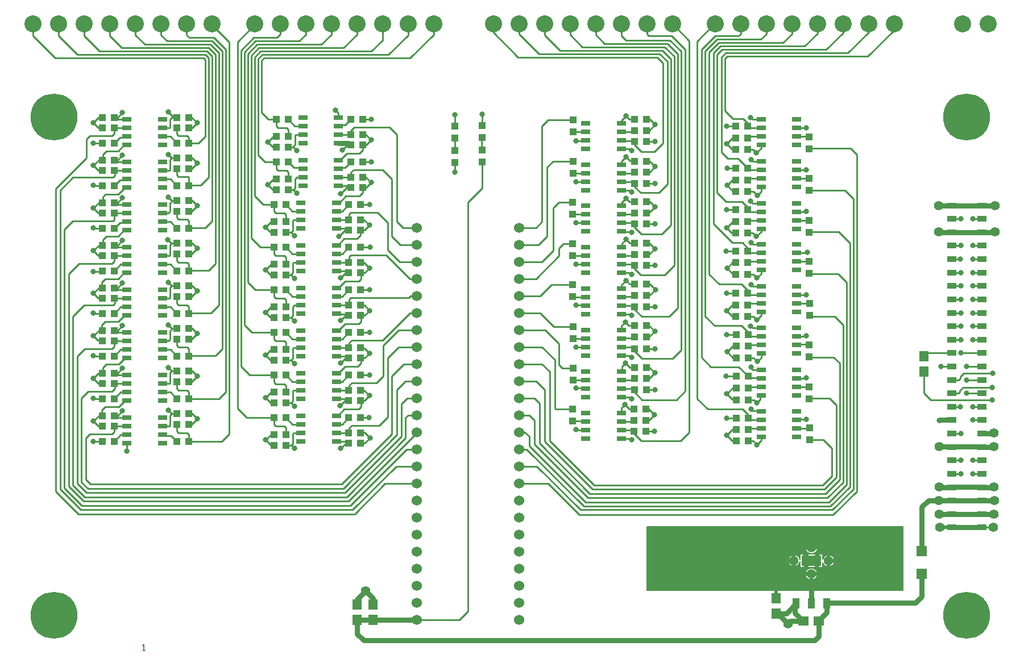
<source format=gbr>
%FSLAX23Y23*%
%MOIN*%
G04 EasyPC Gerber Version 17.0 Build 3379 *
%ADD89R,0.05512X0.02559*%
%ADD93R,0.03937X0.04291*%
%ADD81R,0.04488X0.06496*%
%ADD79R,0.05500X0.06000*%
%ADD71R,0.05512X0.03504*%
%ADD137R,0.04291X0.03937*%
%ADD91R,0.06300X0.06300*%
%ADD10C,0.00500*%
%ADD11C,0.01000*%
%ADD20C,0.02000*%
%ADD21C,0.03000*%
%ADD70C,0.03200*%
%ADD19C,0.05600*%
%ADD13C,0.06000*%
%ADD76C,0.10000*%
%ADD12C,0.27500*%
%ADD84R,0.06000X0.05500*%
%ADD82R,0.11811X0.06496*%
X0Y0D02*
D02*
D10*
X797Y72D02*
X809D01*
X803D02*
Y109D01*
X797Y103*
X3752Y426D02*
X5253D01*
Y798*
X3752*
Y426*
X4650Y596D02*
G75*
G02X4580Y600I-35J4D01*
G01*
G75*
G02X4650Y605I36*
G01*
Y638*
X4784*
Y610*
G75*
G02X4853Y599I34J-11*
G01*
G75*
G02X4784Y588I-36*
G01*
Y558*
X4650*
Y596*
X4681Y522D02*
G75*
G02X4752I36D01*
G01*
G75*
G02X4681I-36*
G01*
X4683Y675D02*
G75*
G02X4754I36D01*
G01*
G75*
G02X4683I-36*
G01*
X3752Y598D02*
G36*
Y522D01*
X4681*
G75*
G02X4752I36*
G01*
X5253*
Y598*
X4853*
G75*
G02X4784Y588I-35J1*
G01*
Y558*
X4650*
Y596*
G75*
G02X4580Y598I-35J4*
G01*
X3752*
G37*
X4580D02*
G36*
G75*
G02X4580Y600I35J2D01*
G01*
G75*
G02X4650Y605I36*
G01*
Y638*
X4784*
Y610*
G75*
G02X4853Y599I34J-11*
G01*
G75*
G02Y598I-36J0*
G01*
X5253*
Y675*
X4754*
G75*
G02X4683I-36*
G01*
X3752*
Y598*
X4580*
G37*
X3752Y522D02*
G36*
Y426D01*
X5253*
Y522*
X4752*
G75*
G02X4681I-36*
G01*
X3752*
G37*
X4683Y675D02*
G36*
G75*
G02X4754I36D01*
G01*
X5253*
Y798*
X3752*
Y675*
X4683*
G37*
D02*
D11*
X153Y3748D02*
Y3678D01*
X282Y3548*
X1153*
X1163Y3538*
Y3088*
X1123Y3048*
X1070*
X1067Y3050*
X303Y3748D02*
Y3678D01*
X413Y3568*
X1163*
X1183Y3548*
Y2848*
X1138Y2803*
X1070*
X1067Y2800*
X453Y3748D02*
Y3679D01*
X544Y3588*
X1173*
X1202Y3558*
Y2593*
X1163Y2553*
X1070*
X1067Y2550*
X560Y1300D02*
X510D01*
X507Y1298*
X560Y1388D02*
X538D01*
X507Y1418*
X560Y1450D02*
X540D01*
X507Y1418*
X560Y1550D02*
X510D01*
X507Y1553*
X560Y1638D02*
X538D01*
X507Y1668*
X560Y1700D02*
X555D01*
X553Y1698*
X538*
X507Y1668*
X560Y1800D02*
X510D01*
X507Y1803*
X560Y1888D02*
X558D01*
X553Y1893*
X532*
X507Y1918*
X560Y1950D02*
X540D01*
X507Y1918*
X560Y2050D02*
X510D01*
X507Y2053*
X560Y2138D02*
X538D01*
X507Y2168*
X560Y2200D02*
X540D01*
X507Y2168*
X560Y2300D02*
X555D01*
X553Y2297*
X507*
X560Y2388D02*
X538D01*
X507Y2418*
X560Y2450D02*
X558Y2447D01*
X538*
X507Y2418*
X560Y2550D02*
X510D01*
X507Y2553*
X560Y2638D02*
X538D01*
X507Y2668*
X560Y2700D02*
X540D01*
X507Y2668*
X560Y2800D02*
X510D01*
X507Y2803*
X560Y2888D02*
X538D01*
X507Y2918*
X560Y2950D02*
X540D01*
X507Y2918*
X560Y3050D02*
X555D01*
X553Y3048*
X507*
X560Y3138D02*
X538D01*
X507Y3168*
X560Y3200D02*
X555D01*
X553Y3198*
X538*
X507Y3168*
X603Y3748D02*
Y3679D01*
X674Y3608*
X1183*
X1223Y3568*
Y2342*
X1183Y2303*
X1070*
X1067Y2300*
X630Y1388D02*
Y1355D01*
X618Y1343*
X488*
X463Y1318*
Y1075*
X490Y1048*
X1963*
X2258Y1343*
Y1683*
X2328Y1753*
X2403*
X630Y1450D02*
X650D01*
X678Y1478*
X630Y1700D02*
X650D01*
X678Y1728*
X630Y1888D02*
Y1855D01*
X618Y1843*
X458*
X413Y1798*
Y1052*
X467Y998*
X1983*
X2313Y1328*
Y1518*
X2348Y1553*
X2403*
X630Y1950D02*
X650D01*
X678Y1978*
X630Y2200D02*
X650D01*
X678Y2228*
X630Y2388D02*
Y2355D01*
X618Y2342*
X423*
X363Y2283*
Y1035*
X450Y948*
X2003*
X2408Y1353*
X2403*
X630Y2450D02*
X650D01*
X678Y2478*
X630Y2638D02*
Y2600D01*
X623Y2593*
X388*
X338Y2543*
Y1026*
X441Y923*
X2013*
X2342Y1252*
X2403*
X630Y2700D02*
X650D01*
X678Y2728*
X630Y2950D02*
X650D01*
X678Y2978*
X630Y3138D02*
Y3105D01*
X618Y3093*
X488*
X468Y3073*
Y2963*
X288Y2783*
Y1006*
X421Y873*
X2043*
Y877*
X2217Y1053*
X2403*
X630Y3200D02*
X650D01*
X678Y3228*
X703Y1288D02*
Y1243D01*
X703Y1242*
X703Y1338D02*
X668D01*
X630Y1300*
X703Y1388D02*
X630D01*
X703Y1438D02*
X643D01*
X630Y1450*
X703Y1538D02*
X693D01*
X658Y1503*
X578*
X558Y1483*
Y1453*
X560Y1450*
X703Y1588D02*
X668D01*
X630Y1550*
X703Y1638D02*
X630D01*
X703Y1688D02*
X643D01*
X630Y1700*
X703Y1788D02*
X703D01*
X698Y1783*
X688*
X658Y1753*
X583*
X563Y1733*
Y1703*
X560Y1700*
X703Y1838D02*
X668D01*
X630Y1800*
X703Y1888D02*
X630D01*
X703Y1938D02*
X643D01*
X630Y1950*
X703Y2038D02*
Y2033D01*
X703Y2033*
X683*
X653Y2003*
X578*
X558Y1983*
Y1953*
X560Y1950*
X703Y2088D02*
X668D01*
X630Y2050*
X703Y2138D02*
X630D01*
X703Y2188D02*
X643D01*
X630Y2200*
X703Y2288D02*
X688D01*
X653Y2253*
X578*
X558Y2233*
Y2203*
X560Y2200*
X703Y2338D02*
X668D01*
X630Y2300*
X703Y2388D02*
X630D01*
X703Y2438D02*
X643D01*
X630Y2450*
X703Y2538D02*
X688D01*
X653Y2503*
X583*
X563Y2483*
Y2453*
X560Y2450*
X703Y2588D02*
X698D01*
X693Y2583*
X663*
X630Y2550*
X703Y2638D02*
X630D01*
X703Y2688D02*
X643D01*
X630Y2700*
X703Y2788D02*
X693D01*
X653Y2748*
X578*
X563Y2733*
Y2703*
X560Y2700*
X703Y2838D02*
X703D01*
X698Y2833*
X663*
X630Y2800*
X703Y2888D02*
X630D01*
X703Y2938D02*
X643D01*
X630Y2950*
X703Y3038D02*
X688D01*
X653Y3003*
X583*
X563Y2983*
Y2953*
X560Y2950*
X703Y3088D02*
X698D01*
X693Y3083*
X663*
X630Y3050*
X703Y3138D02*
X630D01*
X703Y3188D02*
X643D01*
X630Y3200*
X753Y3748D02*
Y3684D01*
X809Y3628*
X1192*
X1242Y3578*
Y2098*
X1198Y2053*
X1070*
X1067Y2050*
X903Y3748D02*
Y3684D01*
X939Y3648*
X1202*
X1263Y3588*
Y1843*
X1223Y1803*
X1070*
X1067Y1800*
X912Y1338D02*
Y1333D01*
X913Y1333*
X965*
X998Y1300*
X912Y1388D02*
X953D01*
X958Y1393*
Y1453*
X968Y1463*
X998*
X912Y1588D02*
X960D01*
X998Y1550*
X912Y1638D02*
X953D01*
X958Y1643*
Y1703*
X968Y1713*
X998*
X912Y1838D02*
X960D01*
X998Y1800*
X912Y1888D02*
X948D01*
X958Y1898*
Y1948*
X973Y1963*
X998*
X912Y2088D02*
X960D01*
X998Y2050*
X912Y2138D02*
X953D01*
X958Y2143*
Y2203*
X968Y2213*
X998*
X912Y2338D02*
X960D01*
X998Y2300*
X912Y2388D02*
X953D01*
X958Y2393*
Y2453*
X968Y2463*
X998*
X912Y2588D02*
X960D01*
X998Y2550*
X912Y2638D02*
X948D01*
X958Y2648*
Y2698*
X973Y2713*
X998*
X912Y2838D02*
X960D01*
X998Y2800*
X912Y2888D02*
X953D01*
X958Y2893*
Y2953*
X968Y2963*
X998*
X912Y3088D02*
X960D01*
X998Y3050*
X912Y3138D02*
X953D01*
X958Y3143*
Y3188*
X968Y3198*
X995*
X998Y3200*
Y1400D02*
Y1358D01*
X1008Y1348*
X1058*
X1067Y1338*
Y1300*
X998Y1463D02*
X968D01*
X948Y1483*
X998Y1650D02*
Y1608D01*
X1008Y1598*
X1058*
X1067Y1588*
Y1550*
X998Y1713D02*
X968D01*
X948Y1733*
X998Y1900D02*
Y1863D01*
X1008Y1853*
X1058*
X1067Y1843*
Y1800*
X998Y1963D02*
X968D01*
X948Y1983*
X998Y2150D02*
Y2108D01*
X1008Y2098*
X1058*
X1067Y2088*
Y2050*
X998Y2213D02*
X968D01*
X948Y2233*
X998Y2400D02*
Y2358D01*
X1008Y2348*
X1058*
X1067Y2338*
Y2300*
X998Y2463D02*
X963D01*
X943Y2483*
X998Y2650D02*
Y2613D01*
X1008Y2603*
X1058*
X1067Y2593*
Y2550*
X998Y2713D02*
X968D01*
X948Y2733*
X998Y2900D02*
Y2863D01*
X1008Y2853*
X1063*
X1067Y2848*
Y2800*
X998Y2963D02*
X968D01*
X948Y2983*
X998Y3138D02*
Y3103D01*
X1008Y3093*
X1058*
X1067Y3083*
Y3050*
X998Y3200D02*
X980D01*
X948Y3233*
X1053Y3748D02*
Y3684D01*
X1069Y3668*
X1213*
X1283Y3598*
Y1588*
X1245Y1550*
X1067*
Y1400D02*
X1085D01*
X1117Y1433*
X1067Y1463D02*
X1088D01*
X1117Y1433*
X1067Y1650D02*
X1070D01*
X1073Y1648*
X1083*
X1117Y1683*
X1067Y1713D02*
X1088D01*
X1117Y1683*
X1067Y1900D02*
X1085D01*
X1117Y1933*
X1067Y1963D02*
X1088D01*
X1117Y1933*
X1067Y2150D02*
X1085D01*
X1117Y2183*
X1067Y2213D02*
X1088D01*
X1117Y2183*
X1067Y2400D02*
X1085D01*
X1117Y2433*
X1067Y2463D02*
X1088D01*
X1117Y2433*
X1067Y2650D02*
X1085D01*
X1117Y2683*
X1067Y2713D02*
X1088D01*
X1117Y2683*
X1067Y2900D02*
X1085D01*
X1117Y2933*
X1067Y2963D02*
X1088D01*
X1117Y2933*
X1067Y3138D02*
X1088D01*
X1117Y3168*
X1067Y3200D02*
X1085D01*
X1117Y3168*
X1202Y3748D02*
Y3743D01*
X1303Y3643*
Y1343*
X1260Y1300*
X1067*
X1453Y3748D02*
X1448D01*
Y3738*
X1353Y3643*
Y1493*
X1408Y1438*
X1568*
Y1275D02*
X1550D01*
X1518Y1308*
X1568Y1338D02*
Y1343D01*
X1553*
X1518Y1308*
X1568Y1525D02*
X1548D01*
X1518Y1555*
X1568Y1588D02*
X1550D01*
X1518Y1555*
X1568Y1775D02*
X1548D01*
X1518Y1805*
X1568Y1838D02*
X1550D01*
X1518Y1805*
X1568Y2025D02*
X1548D01*
X1518Y2055*
X1568Y2088D02*
X1550D01*
X1518Y2055*
X1568Y2275D02*
X1548D01*
X1518Y2305*
X1568Y2338D02*
X1550D01*
X1518Y2305*
X1568Y2525D02*
X1563Y2530D01*
X1543*
X1518Y2555*
X1568Y2588D02*
X1550D01*
X1518Y2555*
X1568Y2688D02*
X1503D01*
X1453Y2738*
Y3553*
X1488Y3588*
X2138*
X2203Y3653*
Y3748*
X1580Y2775D02*
X1560D01*
X1530Y2805*
X1580Y2838D02*
X1563D01*
X1530Y2805*
X1580Y3025D02*
X1560D01*
X1530Y3055*
X1580Y3088D02*
X1578D01*
X1575Y3090*
X1565*
X1530Y3055*
X1603Y3748D02*
Y3688D01*
X1583Y3668*
X1448*
X1373Y3593*
Y1738*
X1423Y1688*
X1568*
X1638Y1275D02*
X1670D01*
X1688Y1258*
X1638Y1338D02*
Y1380D01*
X1628Y1390*
X1578*
X1568Y1400*
Y1438*
X1638Y1525D02*
X1668D01*
X1688Y1505*
X1638Y1588D02*
Y1625D01*
X1628Y1635*
X1578*
X1568Y1645*
Y1688*
X1638Y1775D02*
X1668D01*
X1688Y1755*
X1638Y1838D02*
Y1880D01*
X1628Y1890*
X1578*
X1568Y1900*
Y1938*
X1638Y2025D02*
X1668D01*
X1688Y2005*
X1638Y2088D02*
Y2130D01*
X1628Y2140*
X1578*
X1568Y2150*
Y2188*
X1638Y2275D02*
X1668D01*
X1688Y2255*
X1638Y2338D02*
Y2380D01*
X1628Y2390*
X1578*
X1568Y2400*
Y2438*
X1638Y2525D02*
X1668D01*
X1688Y2505*
X1638Y2588D02*
Y2630D01*
X1628Y2640*
X1578*
X1568Y2650*
Y2688*
X1650Y2775D02*
X1680D01*
X1700Y2755*
X1650Y2838D02*
Y2880D01*
X1640Y2890*
X1590*
X1580Y2900*
Y2938*
X1650Y3025D02*
X1680D01*
X1700Y3005*
X1650Y3088D02*
Y3130D01*
X1640Y3140*
X1590*
X1580Y3150*
Y3188*
X1723Y1350D02*
X1683D01*
X1678Y1345*
Y1285*
X1668Y1275*
X1638*
X1723Y1400D02*
X1675D01*
X1638Y1438*
X1723Y1600D02*
X1683D01*
X1678Y1595*
Y1535*
X1668Y1525*
X1638*
X1723Y1650D02*
X1675D01*
X1638Y1688*
X1723Y1850D02*
X1683D01*
X1678Y1845*
Y1785*
X1668Y1775*
X1638*
X1723Y1900D02*
X1675D01*
X1638Y1938*
X1723Y2100D02*
X1688D01*
X1678Y2090*
Y2035*
X1668Y2025*
X1638*
X1723Y2150D02*
X1675D01*
X1638Y2188*
X1723Y2350D02*
X1683D01*
X1678Y2345*
Y2290*
X1663Y2275*
X1638*
X1723Y2400D02*
X1675D01*
X1638Y2438*
X1723Y2600D02*
X1683D01*
X1678Y2595*
Y2535*
X1668Y2525*
X1638*
X1723Y2650D02*
X1675D01*
X1638Y2688*
X1736Y2850D02*
X1700D01*
X1690Y2840*
Y2785*
X1680Y2775*
X1650*
X1736Y2900D02*
X1730D01*
X1725Y2905*
X1683*
X1650Y2938*
X1736Y3100D02*
X1695D01*
X1690Y3095*
Y3040*
X1675Y3025*
X1650*
X1736Y3150D02*
X1688D01*
X1650Y3188*
X1753Y3748D02*
Y3685D01*
X1715Y3648*
X1458*
X1393Y3583*
Y1983*
X1438Y1938*
X1568*
X1903Y3748D02*
Y3685D01*
X1845Y3628*
X1468*
X1413Y3572*
Y2233*
X1458Y2188*
X1568*
X1932Y1300D02*
X1993D01*
X2005Y1288*
X1932Y1350D02*
X2005D01*
X1932Y1400D02*
X1968D01*
X2005Y1438*
X1932Y1450D02*
X1935D01*
X1938Y1453*
X1942*
X1978Y1488*
X2063*
X2078Y1503*
Y1535*
X2075Y1538*
X1932Y1550D02*
X1993D01*
X2005Y1538*
X1932Y1600D02*
X2005D01*
X1932Y1650D02*
X1968D01*
X2005Y1688*
X1932Y1700D02*
Y1702D01*
X1933Y1703*
X1948*
X1983Y1738*
X2058*
X2078Y1758*
Y1785*
X2075Y1788*
X1932Y1800D02*
Y1798D01*
X1933Y1798*
X1995*
X2005Y1788*
X1932Y1850D02*
X2005D01*
X1932Y1900D02*
X1968D01*
X2005Y1938*
X1932Y1950D02*
X1935D01*
X1938Y1953*
X1948*
X1983Y1988*
X2063*
X2078Y2003*
Y2035*
X2075Y2038*
X1932Y2050D02*
Y2048D01*
X1933Y2047*
X1995*
X2005Y2038*
X1932Y2100D02*
X2005D01*
X1932Y2150D02*
X1968D01*
X2005Y2188*
X1932Y2200D02*
Y2202D01*
X1938Y2208*
X1953*
X1983Y2238*
X2063*
X2078Y2253*
Y2285*
X2075Y2288*
X1932Y2300D02*
X1993D01*
X2005Y2288*
X1932Y2350D02*
X2005D01*
X1932Y2400D02*
X1968D01*
X2005Y2438*
X1932Y2450D02*
X1940D01*
X1978Y2488*
X2053*
X2072Y2508*
Y2535*
X2075Y2538*
X1932Y2550D02*
X1993D01*
X2005Y2538*
X1932Y2600D02*
X2005D01*
X1932Y2650D02*
X1968D01*
X2005Y2688*
X1932Y2700D02*
Y2702D01*
X1933Y2703*
X1953*
X1988Y2738*
X2067*
X2088Y2758*
Y2788*
X1944Y2800D02*
X2005D01*
X2018Y2788*
X1944Y2850D02*
X2018D01*
X1944Y2900D02*
X1945D01*
X1950Y2905*
X1985*
X2018Y2938*
X1944Y2950D02*
X1955D01*
X1993Y2988*
X2067*
X2088Y3008*
Y3038*
X1944Y3100D02*
X2018D01*
X1944Y3150D02*
X1945D01*
X1950Y3155*
X1985*
X2018Y3188*
X1944Y3200D02*
Y3226D01*
X1928Y3243*
X2005Y1288D02*
X2003D01*
X1998Y1283*
X1983*
X1958Y1258*
X2005Y1538D02*
X1983D01*
X1953Y1508*
X2005Y1788D02*
X1988D01*
X1958Y1758*
X2005Y2038D02*
X1988D01*
X1958Y2008*
X2005Y2100D02*
Y2115D01*
X2008Y2118*
Y2133*
X2018Y2143*
X2358*
X2368Y2153*
X2403*
X2005Y2288D02*
X1988D01*
X1958Y2258*
X2005Y2538D02*
X1983D01*
X1948Y2503*
X2018Y2788D02*
X1993D01*
X1958Y2753*
X2018Y3038D02*
X1998D01*
X1968Y3008*
X2053Y343D02*
Y358D01*
Y3748D02*
Y3685D01*
X1975Y3608*
X1478*
X1433Y3563*
Y2493*
X1488Y2438*
X1568*
X2075Y1288D02*
X2098D01*
X2130Y1320*
X2075Y1350D02*
Y1353D01*
X2098*
X2130Y1320*
X2075Y1438D02*
X2125D01*
X2075Y1538D02*
X2098D01*
X2128Y1568*
X2075Y1600D02*
X2095D01*
X2128Y1568*
X2075Y1688D02*
X2128D01*
X2075Y1788D02*
X2098D01*
X2128Y1817*
X2075Y1850D02*
X2078Y1847D01*
X2098*
X2128Y1817*
X2075Y1938D02*
X2128D01*
X2075Y2038D02*
X2098D01*
X2128Y2067*
X2075Y2100D02*
X2080D01*
X2083Y2098*
X2098*
X2128Y2067*
X2075Y2188D02*
X2128D01*
X2075Y2288D02*
X2098D01*
X2128Y2317*
X2075Y2350D02*
X2095D01*
X2128Y2317*
X2075Y2438D02*
X2130D01*
X2075Y2538D02*
X2098D01*
X2128Y2568*
X2075Y2600D02*
X2095D01*
X2128Y2568*
X2075Y2688D02*
X2128D01*
X2088Y2788D02*
X2108D01*
X2138Y2818*
X2088Y2850D02*
X2105D01*
X2138Y2818*
X2088Y2938D02*
X2138D01*
X2088Y3038D02*
X2108D01*
X2138Y3068*
X2088Y3100D02*
X2105D01*
X2138Y3068*
X2088Y3188D02*
X2138D01*
X2148Y343D02*
Y348D01*
X2353Y3748D02*
Y3683D01*
X2238Y3568*
X1498*
X1473Y3543*
Y2978*
X1513Y2938*
X1580*
X2403Y1153D02*
X2283D01*
X2028Y898*
X434*
X313Y1019*
Y2773*
X388Y2848*
X623*
X632Y2858*
Y2885*
X630Y2888*
X2403Y1453D02*
X2353D01*
X2338Y1438*
Y1318*
X1993Y973*
X458*
X388Y1043*
Y2033*
X453Y2098*
X623*
X632Y2108*
Y2135*
X630Y2138*
X2403Y1653D02*
X2338D01*
X2288Y1603*
Y1338*
X1972Y1023*
X476*
X438Y1061*
Y1553*
X477Y1593*
X618*
X632Y1608*
Y1635*
X630Y1638*
X2403Y1853D02*
X2297D01*
X2233Y1788*
Y1443*
X2183Y1393*
X2023*
X2008Y1378*
Y1353*
X2005Y1350*
X2403Y1953D02*
X2297D01*
X2208Y1863*
Y1683*
X2168Y1643*
X2023*
X2008Y1628*
Y1603*
X2005Y1600*
X2403Y2053D02*
X2363D01*
X2203Y1893*
X2023*
X2008Y1878*
Y1853*
X2005Y1850*
X2403Y2253D02*
X2363D01*
X2223Y2393*
X2018*
X2008Y2383*
Y2353*
X2005Y2350*
X2403Y2353D02*
X2303D01*
X2233Y2422*
Y2583*
X2172Y2643*
X2018*
X2008Y2633*
Y2603*
X2005Y2600*
X2403Y2453D02*
X2308D01*
X2258Y2503*
Y2838*
X2203Y2893*
X2033*
X2018Y2878*
Y2850*
X2403Y2553D02*
X2322D01*
X2288Y2588*
Y3098*
X2243Y3143*
X2038*
X2018Y3123*
Y3100*
X2503Y3748D02*
Y3685D01*
X2365Y3548*
X1508*
X1493Y3533*
Y3228*
X1533Y3188*
X1580*
X2626Y2937D02*
Y2880D01*
X2626Y3080D02*
Y3007D01*
X2626Y3007*
X2626Y3150D02*
Y3209D01*
X2627Y3217*
X2626*
X2786Y2939D02*
Y2787D01*
X2703Y2704*
Y303*
X2652Y252*
X2553*
X2403Y253*
X2786Y3082D02*
Y3080D01*
X2784Y3079*
Y3010*
X2786Y3009*
X2786Y3152D02*
X2786D01*
Y3219*
X2853Y3748D02*
Y3698D01*
X2998Y3553*
X3813*
X3848Y3518*
Y3049*
X3798Y2999*
X3720*
X3680Y3039*
Y3058*
X3003Y1053D02*
X3173D01*
X3358Y868*
X4843*
X4983Y1007*
Y2983*
X4947Y3018*
X4706*
X4705Y3016*
X3003Y1153D02*
X3108D01*
X3363Y898*
X4840*
X4963Y1020*
Y2723*
X4913Y2773*
X4705*
X4704Y2772*
X3003Y1252D02*
X3048D01*
X3382Y918*
X4828*
X4943Y1032*
Y2463*
X4878Y2528*
X4704*
X4704Y2527*
X3003Y1353D02*
X3038D01*
X3063Y1328*
Y1273*
X3393Y943*
X4819*
X4923Y1046*
Y2233*
X4872Y2283*
X4706*
X4704Y2285*
X3003Y1453D02*
X3063D01*
X3093Y1423*
Y1283*
X3408Y968*
X4810*
X4903Y1060*
Y1983*
X4853Y2033*
X4713*
X4707Y2038*
X3003Y1553D02*
X3093D01*
X3123Y1523*
Y1288*
X3418Y993*
X4800*
X4883Y1075*
Y1758*
X4848Y1793*
X4713*
X4710Y1796*
X4705*
X3003Y1653D02*
X3103D01*
X3153Y1603*
Y1298*
X3432Y1018*
X4793*
X4863Y1088*
Y1513*
X4822Y1553*
X4706*
X4705Y1551*
X3003Y3748D02*
Y3690D01*
X3120Y3572*
X3828*
X3873Y3528*
Y2808*
X3823Y2758*
X3717*
X3680Y2794*
Y2814*
X3153Y3748D02*
Y3684D01*
X3244Y3593*
X3843*
X3893Y3543*
Y2570*
X3840Y2517*
X3719*
X3680Y2556*
Y2575*
X3303Y3748D02*
Y3685D01*
X3375Y3613*
X3858*
X3913Y3558*
Y2332*
X3856Y2276*
X3718*
X3680Y2314*
Y2333*
X3316Y2460D02*
X3310D01*
X3308Y2458*
X3263*
X3238Y2433*
Y2388*
X3103Y2253*
X3003*
X3316Y2703D02*
X3238D01*
X3203Y2668*
Y2418*
X3138Y2353*
X3003*
X3317Y2218D02*
X3193D01*
X3128Y2153*
X3003*
X3318Y1488D02*
X3218D01*
X3213Y1493*
Y1778*
X3138Y1853*
X3003*
X3319Y1731D02*
X3316D01*
X3313Y1728*
X3257*
X3238Y1748*
Y1873*
X3158Y1953*
X3003*
X3319Y1973D02*
X3207D01*
X3128Y2053*
X3003*
X3320Y2943D02*
X3313D01*
X3313Y2943*
X3203*
X3168Y2908*
Y2503*
X3118Y2453*
X3003*
X3320Y3185D02*
X3175D01*
X3138Y3148*
Y2588*
X3103Y2553*
X3003*
X3395Y1367D02*
X3338D01*
X3338Y1368*
X3395Y1417D02*
X3388D01*
X3388Y1418*
X3318*
X3395Y1611D02*
X3394D01*
X3393Y1613*
X3338*
X3395Y1661D02*
X3319D01*
X3319Y1661*
X3395Y1853D02*
X3388D01*
X3388Y1853*
X3338*
X3395Y1903D02*
X3319D01*
X3319Y1903*
X3395Y2097D02*
X3388D01*
X3388Y2098*
X3338*
X3395Y2147D02*
X3318D01*
X3317Y2148*
X3395Y2340D02*
X3390D01*
X3388Y2338*
X3338*
X3395Y2390D02*
X3395D01*
X3393Y2388*
X3318*
X3316Y2390*
X3395Y2582D02*
X3393D01*
X3393Y2583*
X3338*
X3395Y2632D02*
X3388D01*
X3388Y2633*
X3317*
X3316Y2633*
X3395Y2823D02*
X3388D01*
X3388Y2823*
X3338*
X3395Y2873D02*
X3320D01*
X3320Y2873*
X3395Y3065D02*
X3395D01*
X3393Y3063*
X3338*
X3395Y3115D02*
X3320D01*
X3320Y3115*
X3453Y3748D02*
Y3685D01*
X3505Y3632*
X3873*
X3933Y3572*
Y2082*
X3884Y2033*
X3722*
X3680Y2074*
Y2089*
X3603Y3748D02*
Y3680D01*
X3630Y3653*
X3888*
X3953Y3588*
Y1836*
X3904Y1787*
X3724*
X3680Y1831*
Y1843*
X3604Y1317D02*
X3612D01*
X3613Y1315*
X3658*
X3663Y1310*
X3604Y1367D02*
X3608D01*
X3608Y1367*
X3672*
X3678Y1360*
X3604Y1417D02*
X3613D01*
X3613Y1417*
X3670*
X3678Y1424*
X3604Y1467D02*
Y1495D01*
X3624Y1515*
X3604Y1561D02*
X3604D01*
X3606Y1560*
X3657*
X3665Y1551*
X3604Y1611D02*
X3608D01*
X3608Y1611*
X3672*
X3679Y1604*
X3604Y1661D02*
X3611D01*
X3611Y1661*
X3672*
X3679Y1669*
X3604Y1711D02*
Y1719D01*
X3607Y1722*
Y1739*
X3627Y1758*
X3604Y1803D02*
X3653D01*
X3664Y1792*
X3604Y1853D02*
X3670D01*
X3680Y1843*
X3604Y1903D02*
X3618D01*
X3619Y1905*
X3673*
X3680Y1912*
X3604Y1953D02*
Y1955D01*
X3604Y1956*
Y1978*
X3627Y2001*
X3604Y2047D02*
X3656D01*
X3664Y2038*
X3604Y2097D02*
X3673D01*
X3680Y2089*
X3604Y2147D02*
X3608D01*
X3611Y2149*
X3674*
X3680Y2155*
X3604Y2197D02*
Y2219D01*
X3629Y2244*
X3604Y2290D02*
X3604D01*
X3604Y2290*
X3654*
X3663Y2281*
X3604Y2340D02*
X3607D01*
X3608Y2341*
X3672*
X3680Y2333*
X3604Y2390D02*
X3624D01*
X3626Y2391*
X3674*
X3680Y2397*
X3604Y2440D02*
Y2441D01*
X3606Y2442*
Y2461*
X3631Y2486*
X3604Y2532D02*
X3606D01*
X3608Y2530*
X3658*
X3663Y2525*
X3604Y2582D02*
X3609D01*
X3609Y2582*
X3673*
X3680Y2575*
X3604Y2632D02*
X3606D01*
X3607Y2633*
X3673*
X3680Y2641*
X3604Y2682D02*
Y2699D01*
X3631Y2726*
X3604Y2773D02*
X3608D01*
X3609Y2772*
X3655*
X3663Y2764*
X3604Y2823D02*
X3611D01*
X3611Y2823*
X3672*
X3680Y2814*
X3604Y2873D02*
X3619D01*
X3621Y2874*
X3675*
X3680Y2879*
X3604Y2923D02*
Y2942D01*
X3629Y2968*
X3604Y3015D02*
X3656D01*
X3665Y3005*
X3604Y3065D02*
X3617D01*
X3618Y3064*
X3674*
X3680Y3058*
X3604Y3115D02*
X3672D01*
X3680Y3124*
X3604Y3165D02*
Y3183D01*
X3631Y3210*
X3678Y1489D02*
X3650D01*
X3624Y1515*
X3679Y1734D02*
X3652D01*
X3627Y1758*
X3680Y1981D02*
X3647D01*
X3627Y2001*
X3680Y2222D02*
X3652D01*
X3629Y2244*
X3680Y2464D02*
X3653D01*
X3631Y2486*
X3680Y2706D02*
X3650D01*
X3631Y2726*
X3680Y2944D02*
X3677D01*
X3675Y2945*
X3652*
X3629Y2968*
X3680Y3189D02*
X3675D01*
X3674Y3190*
X3650*
X3631Y3210*
X3748Y1360D02*
X3797D01*
X3748Y1424D02*
X3765D01*
X3798Y1456*
X3748Y1489D02*
X3765D01*
X3798Y1456*
X3749Y1604D02*
X3799D01*
X3749Y1669D02*
X3753D01*
X3754Y1667*
X3764*
X3799Y1702*
X3749Y1734D02*
X3768D01*
X3799Y1702*
X3750Y1843D02*
X3800D01*
X3750Y1912D02*
X3764D01*
X3799Y1947*
X3750Y1981D02*
X3765D01*
X3799Y1947*
X3750Y2089D02*
X3800D01*
X3750Y2155D02*
X3760D01*
X3763Y2158*
X3769*
X3802Y2190*
X3750Y2222D02*
X3770D01*
X3802Y2190*
X3750Y2333D02*
Y2333D01*
X3752Y2334*
X3800*
X3750Y2397D02*
X3765D01*
X3799Y2431*
X3750Y2464D02*
X3767D01*
X3799Y2431*
X3750Y2575D02*
X3799D01*
X3750Y2641D02*
X3759D01*
X3763Y2645*
X3770*
X3800Y2675*
X3750Y2706D02*
X3769D01*
X3800Y2675*
X3750Y2814D02*
X3799D01*
X3750Y2879D02*
Y2879D01*
X3752Y2880*
X3769*
X3800Y2912*
X3750Y2944D02*
Y2944D01*
X3752Y2943*
X3769*
X3800Y2912*
X3750Y3058D02*
X3799D01*
X3750Y3124D02*
X3767D01*
X3800Y3158*
X3750Y3189D02*
X3769D01*
X3800Y3158*
X3753Y3748D02*
Y3688D01*
X3763Y3678*
X3898*
X3977Y3598*
Y1595*
X3926Y1544*
X3724*
X3679Y1589*
Y1604*
X3903Y3748D02*
X4001Y3649D01*
Y1354*
X3950Y1303*
X3720*
X3678Y1345*
Y1360*
X4153Y3748D02*
X4148D01*
X4046Y3646*
Y1550*
X4109Y1488*
X4314*
X4346Y1456*
Y1436*
X4221Y1578D02*
X4253Y1545D01*
X4274*
X4276Y1544*
X4273Y2522D02*
X4250D01*
X4220Y2552*
X4273Y2590D02*
X4257D01*
X4220Y2552*
X4273Y2658D02*
X4220D01*
X4273Y3013D02*
X4253D01*
X4220Y3046*
X4273Y3080D02*
X4253D01*
X4220Y3046*
X4273Y3148D02*
X4221D01*
X4274Y2032D02*
X4255D01*
X4221Y2065*
X4274Y2099D02*
X4255D01*
X4221Y2065*
X4274Y2168D02*
X4220D01*
X4274Y2280D02*
X4257D01*
X4222Y2315*
X4274Y2348D02*
X4255D01*
X4222Y2315*
X4274Y2415D02*
X4218D01*
X4274Y2766D02*
X4258D01*
X4222Y2802*
X4274Y2834D02*
X4255D01*
X4222Y2802*
X4274Y2902D02*
X4222D01*
X4276Y1302D02*
X4255D01*
X4221Y1335*
X4276Y1369D02*
X4255D01*
X4221Y1335*
X4276Y1436D02*
X4220D01*
X4276Y1614D02*
X4257D01*
X4221Y1578*
X4276Y1682D02*
X4218D01*
X4276Y1791D02*
X4256D01*
X4222Y1825*
X4276Y1858D02*
X4256D01*
X4222Y1825*
X4276Y1926D02*
X4220D01*
X4303Y3748D02*
Y3689D01*
X4291Y3678*
X4153*
X4073Y3598*
Y1793*
X4128Y1737*
X4291*
X4346Y1682*
X4343Y2522D02*
X4374D01*
X4394Y2502*
X4343Y3013D02*
X4373D01*
X4394Y2992*
X4344Y2032D02*
X4377D01*
X4396Y2013*
X4344Y2280D02*
X4376D01*
X4398Y2258*
X4344Y2766D02*
X4378D01*
X4399Y2744*
X4346Y1302D02*
X4376D01*
X4397Y1280*
X4346Y1544D02*
X4379D01*
X4397Y1526*
X4346Y1791D02*
X4348D01*
X4349Y1790*
X4378*
X4399Y1768*
X4422Y1327D02*
Y1306D01*
X4397Y1280*
X4422Y1377D02*
X4414D01*
X4414Y1377*
X4353*
X4346Y1369*
X4422Y1427D02*
X4356D01*
X4346Y1436*
X4422Y1477D02*
Y1477D01*
X4421Y1479*
X4371*
X4362Y1488*
X4422Y1571D02*
X4417D01*
X4417Y1571*
Y1546*
X4397Y1526*
X4422Y1621D02*
X4406D01*
X4404Y1620*
X4352*
X4346Y1614*
X4422Y1671D02*
X4420D01*
X4419Y1672*
X4356*
X4346Y1682*
X4422Y1721D02*
X4375D01*
X4362Y1735*
X4422Y1816D02*
Y1791D01*
X4399Y1768*
X4422Y1866D02*
X4353D01*
X4346Y1858*
X4422Y1916D02*
X4418D01*
X4418Y1916*
X4356*
X4346Y1926*
X4422Y1966D02*
X4372D01*
X4361Y1977*
X4422Y2059D02*
Y2040D01*
X4396Y2013*
X4422Y2109D02*
X4354D01*
X4344Y2099*
X4422Y2159D02*
X4353D01*
X4344Y2168*
X4422Y2209D02*
X4372D01*
X4362Y2219*
X4422Y2305D02*
Y2282D01*
X4398Y2258*
X4422Y2355D02*
X4352D01*
X4344Y2348*
X4422Y2405D02*
X4419D01*
X4419Y2405*
X4354*
X4344Y2415*
X4422Y2455D02*
X4373D01*
X4362Y2466*
X4422Y2547D02*
Y2530D01*
X4394Y2502*
X4422Y2597D02*
X4351D01*
X4343Y2590*
X4422Y2647D02*
X4354D01*
X4343Y2658*
X4422Y2697D02*
X4374D01*
X4361Y2711*
X4422Y2792D02*
Y2767D01*
X4399Y2744*
X4422Y2842D02*
X4352D01*
X4344Y2834*
X4422Y2892D02*
X4354D01*
X4344Y2902*
X4422Y2942D02*
X4373D01*
X4362Y2953*
X4422Y3038D02*
Y3019D01*
X4394Y2992*
X4422Y3088D02*
X4351D01*
X4343Y3080*
X4422Y3138D02*
X4353D01*
X4343Y3148*
X4422Y3188D02*
X4373D01*
X4361Y3200*
X4453Y3748D02*
Y3690D01*
X4420Y3658*
X4163*
X4095Y3590*
Y2034*
X4151Y1978*
X4308*
X4346Y1941*
Y1926*
X4603Y3748D02*
Y3689D01*
X4551Y3638*
X4173*
X4118Y3583*
Y2281*
X4176Y2223*
X4308*
X4344Y2187*
Y2168*
X4631Y1377D02*
X4707D01*
X4707Y1378*
X4631Y1427D02*
Y1428D01*
X4688*
X4631Y1621D02*
X4705D01*
X4705Y1621*
X4631Y1671D02*
X4686D01*
X4688Y1673*
X4631Y1866D02*
Y1866D01*
X4633Y1868*
X4703*
X4705Y1866*
X4631Y1916D02*
X4686D01*
X4688Y1918*
X4631Y2109D02*
X4706D01*
X4707Y2108*
X4631Y2159D02*
X4686D01*
X4688Y2158*
X4631Y2355D02*
X4704D01*
X4704Y2355*
X4631Y2405D02*
X4690D01*
X4693Y2408*
X4631Y2597D02*
X4704D01*
X4704Y2597*
X4631Y2647D02*
X4687D01*
X4688Y2648*
X4631Y2842D02*
X4704D01*
X4704Y2842*
X4631Y2892D02*
X4687D01*
X4688Y2893*
X4631Y3088D02*
X4704D01*
X4705Y3086*
X4631Y3138D02*
X4687D01*
X4688Y3138*
X4707Y1308D02*
X4788D01*
X4838Y1258*
Y1097*
X4782Y1042*
X3443*
X3183Y1303*
Y1708*
X3138Y1753*
X3003*
X4753Y3748D02*
Y3693D01*
X4677Y3618*
X4183*
X4143Y3578*
Y2576*
X4252Y2466*
X4312*
X4344Y2434*
Y2415*
X4903Y3748D02*
Y3697D01*
X4803Y3598*
X4193*
X4165Y3570*
Y2758*
X4217Y2706*
X4311*
X4343Y2673*
Y2658*
X5053Y3748D02*
Y3700D01*
X4930Y3578*
X4213*
X4189Y3554*
Y2997*
X4228Y2958*
X4288*
X4344Y2902*
X5203Y3748D02*
Y3714D01*
X5046Y3558*
X4223*
X4210Y3545*
Y3241*
X4258Y3192*
X4317*
X4343Y3166*
Y3148*
X5418Y1543D02*
X5417D01*
X5378Y1583*
Y1708*
X5469Y795D02*
Y795D01*
X5476Y1739D02*
Y1740D01*
X5539*
Y1110D02*
Y1110D01*
X5592*
X5539Y1188D02*
Y1188D01*
X5592*
X5539Y1346D02*
Y1347D01*
X5594*
X5539Y1503D02*
Y1503D01*
X5591*
X5539Y1818D02*
X5398D01*
X5378Y1798*
X5539Y1897D02*
X5592D01*
X5592Y1897*
X5539Y1976D02*
X5592D01*
X5592Y1976*
X5591Y2369D02*
X5564D01*
Y2369*
X5539*
X5592Y2213D02*
X5566D01*
Y2212*
X5539*
X5592Y2449D02*
X5566D01*
Y2448*
X5539*
X5593Y2054D02*
X5566D01*
Y2054*
X5539*
X5593Y2133D02*
X5566D01*
Y2133*
X5539*
X5593Y2291D02*
X5564D01*
Y2291*
X5539*
X5593Y2606D02*
X5566D01*
Y2606*
X5539*
X5594Y1818D02*
X5715D01*
Y1818*
X5716*
X5626Y1583D02*
X5672D01*
Y1582*
X5716*
X5626Y1661D02*
X5672D01*
Y1661*
X5716*
X5626Y1740D02*
Y1740D01*
X5716*
X5663Y2054D02*
X5716D01*
X5663Y2133D02*
X5716D01*
X5663Y2212D02*
X5716D01*
X5663Y2291D02*
X5716D01*
X5663Y2369D02*
X5716D01*
X5663Y2448D02*
X5716D01*
X5663Y2606D02*
X5716D01*
Y795D02*
X5784D01*
X5784Y795*
X5716Y1110D02*
Y1110D01*
X5662*
X5716Y1188D02*
Y1188D01*
X5662*
X5716Y1425D02*
X5710D01*
X5710Y1425*
X5662*
X5716Y1503D02*
Y1503D01*
X5662*
X5716Y1897D02*
X5662D01*
X5662Y1897*
X5716Y1976D02*
X5662D01*
X5662Y1976*
X5778Y1543D02*
X5418D01*
X5778Y1617D02*
X5606D01*
X5587Y1599*
Y1590*
X5580Y1583*
X5539*
X5539Y1582*
X5780Y1700D02*
X5609D01*
X5590Y1681*
Y1669*
X5581Y1660*
X5539*
X5539Y1661*
D02*
D12*
X278Y278D03*
Y3203D03*
X5628Y278D03*
Y3203D03*
D02*
D13*
X2403Y253D03*
Y353D03*
Y453D03*
Y553D03*
Y653D03*
Y753D03*
Y853D03*
Y953D03*
Y1053D03*
Y1153D03*
Y1252D03*
Y1353D03*
Y1453D03*
Y1553D03*
Y1653D03*
Y1753D03*
Y1853D03*
Y1953D03*
Y2053D03*
Y2153D03*
Y2253D03*
Y2353D03*
Y2453D03*
Y2553D03*
X3003Y253D03*
Y353D03*
Y453D03*
Y553D03*
Y653D03*
Y753D03*
Y853D03*
Y953D03*
Y1053D03*
Y1153D03*
Y1252D03*
Y1353D03*
Y1453D03*
Y1553D03*
Y1653D03*
Y1753D03*
Y1853D03*
Y1953D03*
Y2053D03*
Y2153D03*
Y2253D03*
Y2353D03*
Y2453D03*
Y2553D03*
D02*
D19*
X2103Y423D03*
X4581Y231D03*
X4615Y600D03*
X4717Y522D03*
X4718Y675D03*
X4817Y599D03*
X5463Y2528D03*
Y2683D03*
X5465Y953D03*
X5468Y873D03*
Y1033D03*
Y1268D03*
X5469Y795D03*
X5784D03*
X5788Y873D03*
Y1033D03*
Y1268D03*
Y1348D03*
X5790Y953D03*
X5793Y2528D03*
Y2683D03*
D02*
D70*
X507Y1298D03*
Y1418D03*
Y1553D03*
Y1668D03*
Y1803D03*
Y1918D03*
Y2053D03*
Y2168D03*
Y2297D03*
Y2418D03*
Y2553D03*
Y2668D03*
Y2803D03*
Y2918D03*
Y3048D03*
Y3168D03*
X678Y1478D03*
Y1728D03*
Y1978D03*
Y2228D03*
Y2478D03*
Y2728D03*
Y2978D03*
Y3228D03*
X703Y1242D03*
X943Y2483D03*
X948Y1483D03*
Y1733D03*
Y1983D03*
Y2233D03*
Y2733D03*
Y2983D03*
Y3233D03*
X1117Y1433D03*
Y1683D03*
Y1933D03*
Y2183D03*
Y2433D03*
Y2683D03*
Y2933D03*
Y3168D03*
X1518Y1308D03*
Y1555D03*
Y1805D03*
Y2055D03*
Y2305D03*
Y2555D03*
X1530Y2805D03*
Y3055D03*
X1688Y1258D03*
Y1505D03*
Y1755D03*
Y2005D03*
Y2255D03*
Y2505D03*
X1700Y2755D03*
Y3005D03*
X1928Y3243D03*
X1948Y2503D03*
X1953Y1508D03*
X1958Y1258D03*
Y1758D03*
Y2008D03*
Y2258D03*
Y2753D03*
X1968Y3008D03*
X2125Y1438D03*
X2128Y1568D03*
Y1688D03*
Y1817D03*
Y1938D03*
Y2067D03*
Y2188D03*
Y2317D03*
Y2568D03*
Y2688D03*
X2130Y1320D03*
Y2438D03*
X2138Y2818D03*
Y2938D03*
Y3068D03*
Y3188D03*
X2626Y2880D03*
Y3217D03*
X2786Y3219D03*
X3338Y1368D03*
Y1613D03*
Y1853D03*
Y2098D03*
Y2338D03*
Y2583D03*
Y2823D03*
Y3063D03*
X3624Y1515D03*
X3627Y1758D03*
Y2001D03*
X3629Y2244D03*
Y2968D03*
X3631Y2486D03*
Y2726D03*
Y3210D03*
X3663Y1310D03*
Y2281D03*
Y2525D03*
Y2764D03*
X3664Y1792D03*
Y2038D03*
X3665Y1551D03*
Y3005D03*
X3797Y1360D03*
X3798Y1456D03*
X3799Y1604D03*
Y1702D03*
Y1947D03*
Y2431D03*
Y2575D03*
Y2814D03*
Y3058D03*
X3800Y1843D03*
Y2089D03*
Y2334D03*
Y2675D03*
Y2912D03*
Y3158D03*
X3802Y2190D03*
X4218Y1682D03*
Y2415D03*
X4220Y1436D03*
Y1926D03*
Y2168D03*
Y2552D03*
Y2658D03*
Y3046D03*
X4221Y1335D03*
Y1578D03*
Y2065D03*
Y3148D03*
X4222Y1825D03*
Y2315D03*
Y2802D03*
Y2902D03*
X4361Y1977D03*
Y2711D03*
Y3200D03*
X4362Y1488D03*
Y1735D03*
Y2219D03*
Y2466D03*
Y2953D03*
X4394Y2502D03*
Y2992D03*
X4396Y2013D03*
X4397Y1280D03*
Y1526D03*
X4398Y2258D03*
X4399Y1768D03*
Y2744D03*
X4688Y1428D03*
Y1673D03*
Y1918D03*
Y2158D03*
Y2648D03*
Y2893D03*
Y3138D03*
X4693Y2408D03*
X5468Y1423D03*
X5476Y1739D03*
X5591Y2369D03*
X5591Y1503D03*
X5592Y2213D03*
Y2449D03*
X5592Y1110D03*
Y1188D03*
Y1897D03*
Y1976D03*
X5593Y2054D03*
Y2133D03*
Y2291D03*
Y2606D03*
X5594Y1347D03*
Y1818D03*
X5626Y1583D03*
Y1661D03*
Y1740D03*
X5662Y1110D03*
Y1188D03*
Y1425D03*
Y1503D03*
Y1897D03*
Y1976D03*
X5663Y2054D03*
Y2133D03*
Y2212D03*
Y2291D03*
Y2369D03*
Y2448D03*
Y2606D03*
X5778Y1543D03*
Y1617D03*
X5780Y1700D03*
D02*
D71*
X5539Y795D03*
Y873D03*
Y952D03*
Y1031D03*
Y1110D03*
Y1188D03*
Y1267D03*
Y1346D03*
Y1425D03*
Y1503D03*
Y1582D03*
Y1661D03*
Y1740D03*
Y1818D03*
Y1897D03*
Y1976D03*
Y2054D03*
Y2133D03*
Y2212D03*
Y2291D03*
Y2369D03*
Y2448D03*
Y2527D03*
Y2606D03*
Y2684D03*
X5716Y795D03*
Y873D03*
Y952D03*
Y1031D03*
Y1110D03*
Y1188D03*
Y1267D03*
Y1346D03*
Y1425D03*
Y1503D03*
Y1582D03*
Y1661D03*
Y1740D03*
Y1818D03*
Y1897D03*
Y1976D03*
Y2054D03*
Y2133D03*
Y2212D03*
Y2291D03*
Y2369D03*
Y2448D03*
Y2527D03*
Y2606D03*
Y2684D03*
D02*
D20*
X4509Y401D02*
Y426D01*
X4597Y600D02*
X4572D01*
X4615Y582D02*
Y557D01*
Y618D02*
Y643D01*
X4692Y573D02*
X4670Y551D01*
X4692Y624D02*
X4670Y646D01*
X4699Y522D02*
X4674D01*
X4700Y675D02*
X4675D01*
X4717Y504D02*
Y479D01*
X4718Y693D02*
Y718D01*
X4735Y522D02*
X4760D01*
X4736Y675D02*
X4761D01*
X4742Y573D02*
X4764Y551D01*
X4742Y624D02*
X4764Y646D01*
X4817Y581D02*
Y556D01*
Y617D02*
Y642D01*
X4835Y599D02*
X4860D01*
X5539Y795D02*
X5469D01*
D02*
D21*
X1944Y3050D02*
X2005D01*
X2018Y3038*
X2053Y253D02*
X2054D01*
X2054Y253*
X2147*
X2148Y253*
X2053Y358D02*
Y373D01*
X2103Y423*
X2148Y253D02*
X2403D01*
X2148Y348D02*
Y378D01*
X2103Y423*
X4509Y291D02*
X4520D01*
X4581Y231*
X4509Y291D02*
X4569D01*
X4626Y348*
X4670Y245D02*
X4595D01*
X4581Y231*
X4670Y245D02*
X4670D01*
X4621Y293*
Y343*
X4626Y348*
X4717D02*
X4716D01*
Y453*
X4760Y245D02*
Y156D01*
X4736Y132*
X2092*
X2053Y171*
Y252*
X2053Y253*
X4760Y245D02*
Y250D01*
X4806Y296*
Y347*
X4808Y348*
X5365Y523D02*
Y390D01*
X5328Y353*
X4812*
X4808Y348*
X5465Y953D02*
X5403D01*
X5365Y915*
Y657*
X5539Y795D02*
X5716D01*
X5539Y873D02*
X5716D01*
X5539D02*
X5468D01*
X5468Y873*
X5539Y952D02*
X5716D01*
X5539D02*
X5465D01*
X5465Y953*
X5539Y1031D02*
Y1033D01*
X5716*
Y1031*
X5539D02*
X5469D01*
X5468Y1033*
X5539Y1267D02*
X5538D01*
X5538Y1268*
X5468*
X5539Y1425D02*
X5470D01*
X5468Y1423*
X5539Y2527D02*
X5463D01*
X5463Y2528*
X5539Y2684D02*
Y2683D01*
X5716*
Y2684*
X5539D02*
X5534D01*
X5533Y2683*
X5463*
X5716Y873D02*
X5787D01*
X5788Y873*
X5716Y952D02*
X5790D01*
X5790Y953*
X5716Y1031D02*
X5786D01*
X5788Y1033*
X5716Y1267D02*
Y1268D01*
X5539*
Y1267*
X5716D02*
X5787D01*
X5788Y1268*
X5716Y1346D02*
X5786D01*
X5788Y1348*
X5716Y2527D02*
X5539D01*
X5716D02*
X5792D01*
X5793Y2528*
X5716Y2684D02*
X5791D01*
X5793Y2683*
D02*
D76*
X153Y3748D03*
X303D03*
X453D03*
X603D03*
X753D03*
X903D03*
X1053D03*
X1202D03*
X1453D03*
X1603D03*
X1753D03*
X1903D03*
X2053D03*
X2203D03*
X2353D03*
X2503D03*
X2853D03*
X3003D03*
X3153D03*
X3303D03*
X3453D03*
X3603D03*
X3753D03*
X3903D03*
X4153D03*
X4303D03*
X4453D03*
X4603D03*
X4753D03*
X4903D03*
X5053D03*
X5203D03*
X5603D03*
X5753D03*
D02*
D79*
X2053Y253D03*
Y343D03*
X2148Y253D03*
Y343D03*
X4509Y291D03*
Y381D03*
X5378Y1708D03*
Y1798D03*
D02*
D81*
X4626Y348D03*
X4717D03*
X4808D03*
D02*
D82*
X4717Y598D03*
D02*
D84*
X4670Y245D03*
X4760D03*
D02*
D89*
X703Y1288D03*
Y1338D03*
Y1388D03*
Y1438D03*
Y1538D03*
Y1588D03*
Y1638D03*
Y1688D03*
Y1788D03*
Y1838D03*
Y1888D03*
Y1938D03*
Y2038D03*
Y2088D03*
Y2138D03*
Y2188D03*
Y2288D03*
Y2338D03*
Y2388D03*
Y2438D03*
Y2538D03*
Y2588D03*
Y2638D03*
Y2688D03*
Y2788D03*
Y2838D03*
Y2888D03*
Y2938D03*
Y3038D03*
Y3088D03*
Y3138D03*
Y3188D03*
X912Y1288D03*
Y1338D03*
Y1388D03*
Y1438D03*
Y1538D03*
Y1588D03*
Y1638D03*
Y1688D03*
Y1788D03*
Y1838D03*
Y1888D03*
Y1938D03*
Y2038D03*
Y2088D03*
Y2138D03*
Y2188D03*
Y2288D03*
Y2338D03*
Y2388D03*
Y2438D03*
Y2538D03*
Y2588D03*
Y2638D03*
Y2688D03*
Y2788D03*
Y2838D03*
Y2888D03*
Y2938D03*
Y3038D03*
Y3088D03*
Y3138D03*
Y3188D03*
X1723Y1300D03*
Y1350D03*
Y1400D03*
Y1450D03*
Y1550D03*
Y1600D03*
Y1650D03*
Y1700D03*
Y1800D03*
Y1850D03*
Y1900D03*
Y1950D03*
Y2050D03*
Y2100D03*
Y2150D03*
Y2200D03*
Y2300D03*
Y2350D03*
Y2400D03*
Y2450D03*
Y2550D03*
Y2600D03*
Y2650D03*
Y2700D03*
X1736Y2800D03*
Y2850D03*
Y2900D03*
Y2950D03*
Y3050D03*
Y3100D03*
Y3150D03*
Y3200D03*
X1932Y1300D03*
Y1350D03*
Y1400D03*
Y1450D03*
Y1550D03*
Y1600D03*
Y1650D03*
Y1700D03*
Y1800D03*
Y1850D03*
Y1900D03*
Y1950D03*
Y2050D03*
Y2100D03*
Y2150D03*
Y2200D03*
Y2300D03*
Y2350D03*
Y2400D03*
Y2450D03*
Y2550D03*
Y2600D03*
Y2650D03*
Y2700D03*
X1944Y2800D03*
Y2850D03*
Y2900D03*
Y2950D03*
Y3050D03*
Y3100D03*
Y3150D03*
Y3200D03*
X3395Y1317D03*
Y1367D03*
Y1417D03*
Y1467D03*
Y1561D03*
Y1611D03*
Y1661D03*
Y1711D03*
Y1803D03*
Y1853D03*
Y1903D03*
Y1953D03*
Y2047D03*
Y2097D03*
Y2147D03*
Y2197D03*
Y2290D03*
Y2340D03*
Y2390D03*
Y2440D03*
Y2532D03*
Y2582D03*
Y2632D03*
Y2682D03*
Y2773D03*
Y2823D03*
Y2873D03*
Y2923D03*
Y3015D03*
Y3065D03*
Y3115D03*
Y3165D03*
X3604Y1317D03*
Y1367D03*
Y1417D03*
Y1467D03*
Y1561D03*
Y1611D03*
Y1661D03*
Y1711D03*
Y1803D03*
Y1853D03*
Y1903D03*
Y1953D03*
Y2047D03*
Y2097D03*
Y2147D03*
Y2197D03*
Y2290D03*
Y2340D03*
Y2390D03*
Y2440D03*
Y2532D03*
Y2582D03*
Y2632D03*
Y2682D03*
Y2773D03*
Y2823D03*
Y2873D03*
Y2923D03*
Y3015D03*
Y3065D03*
Y3115D03*
Y3165D03*
X4422Y1327D03*
Y1377D03*
Y1427D03*
Y1477D03*
Y1571D03*
Y1621D03*
Y1671D03*
Y1721D03*
Y1816D03*
Y1866D03*
Y1916D03*
Y1966D03*
Y2059D03*
Y2109D03*
Y2159D03*
Y2209D03*
Y2305D03*
Y2355D03*
Y2405D03*
Y2455D03*
Y2547D03*
Y2597D03*
Y2647D03*
Y2697D03*
Y2792D03*
Y2842D03*
Y2892D03*
Y2942D03*
Y3038D03*
Y3088D03*
Y3138D03*
Y3188D03*
X4631Y1327D03*
Y1377D03*
Y1427D03*
Y1477D03*
Y1571D03*
Y1621D03*
Y1671D03*
Y1721D03*
Y1816D03*
Y1866D03*
Y1916D03*
Y1966D03*
Y2059D03*
Y2109D03*
Y2159D03*
Y2209D03*
Y2305D03*
Y2355D03*
Y2405D03*
Y2455D03*
Y2547D03*
Y2597D03*
Y2647D03*
Y2697D03*
Y2792D03*
Y2842D03*
Y2892D03*
Y2942D03*
Y3038D03*
Y3088D03*
Y3138D03*
Y3188D03*
D02*
D91*
X5365Y523D03*
Y657D03*
D02*
D93*
X2626Y2937D03*
Y3007D03*
X2626Y3080D03*
Y3150D03*
X2786Y2939D03*
Y3009D03*
X2786Y3082D03*
Y3152D03*
X3316Y2390D03*
Y2460D03*
Y2633D03*
Y2703D03*
X3317Y2148D03*
Y2218D03*
X3318Y1418D03*
Y1488D03*
X3319Y1661D03*
Y1731D03*
Y1903D03*
Y1973D03*
X3320Y2873D03*
Y2943D03*
Y3115D03*
Y3185D03*
X4704Y2285D03*
Y2355D03*
Y2527D03*
Y2597D03*
Y2772D03*
Y2842D03*
X4705Y1551D03*
Y1621D03*
Y1796D03*
Y1866D03*
Y3016D03*
Y3086D03*
X4707Y1308D03*
Y1378D03*
Y2038D03*
Y2108D03*
D02*
D137*
X560Y1300D03*
Y1388D03*
Y1450D03*
Y1550D03*
Y1638D03*
Y1700D03*
Y1800D03*
Y1888D03*
Y1950D03*
Y2050D03*
Y2138D03*
Y2200D03*
Y2300D03*
Y2388D03*
Y2450D03*
Y2550D03*
Y2638D03*
Y2700D03*
Y2800D03*
Y2888D03*
Y2950D03*
Y3050D03*
Y3138D03*
Y3200D03*
X630Y1300D03*
Y1388D03*
Y1450D03*
Y1550D03*
Y1638D03*
Y1700D03*
Y1800D03*
Y1888D03*
Y1950D03*
Y2050D03*
Y2138D03*
Y2200D03*
Y2300D03*
Y2388D03*
Y2450D03*
Y2550D03*
Y2638D03*
Y2700D03*
Y2800D03*
Y2888D03*
Y2950D03*
Y3050D03*
Y3138D03*
Y3200D03*
X998Y1300D03*
Y1400D03*
Y1463D03*
Y1550D03*
Y1650D03*
Y1713D03*
Y1800D03*
Y1900D03*
Y1963D03*
Y2050D03*
Y2150D03*
Y2213D03*
Y2300D03*
Y2400D03*
Y2463D03*
Y2550D03*
Y2650D03*
Y2713D03*
Y2800D03*
Y2900D03*
Y2963D03*
Y3050D03*
Y3138D03*
Y3200D03*
X1067Y1300D03*
Y1400D03*
Y1463D03*
Y1550D03*
Y1650D03*
Y1713D03*
Y1800D03*
Y1900D03*
Y1963D03*
Y2050D03*
Y2150D03*
Y2213D03*
Y2300D03*
Y2400D03*
Y2463D03*
Y2550D03*
Y2650D03*
Y2713D03*
Y2800D03*
Y2900D03*
Y2963D03*
Y3050D03*
Y3138D03*
Y3200D03*
X1568Y1275D03*
Y1338D03*
Y1438D03*
Y1525D03*
Y1588D03*
Y1688D03*
Y1775D03*
Y1838D03*
Y1938D03*
Y2025D03*
Y2088D03*
Y2188D03*
Y2275D03*
Y2338D03*
Y2438D03*
Y2525D03*
Y2588D03*
Y2688D03*
X1580Y2775D03*
Y2838D03*
Y2938D03*
Y3025D03*
Y3088D03*
Y3188D03*
X1638Y1275D03*
Y1338D03*
Y1438D03*
Y1525D03*
Y1588D03*
Y1688D03*
Y1775D03*
Y1838D03*
Y1938D03*
Y2025D03*
Y2088D03*
Y2188D03*
Y2275D03*
Y2338D03*
Y2438D03*
Y2525D03*
Y2588D03*
Y2688D03*
X1650Y2775D03*
Y2838D03*
Y2938D03*
Y3025D03*
Y3088D03*
Y3188D03*
X2005Y1288D03*
Y1350D03*
Y1438D03*
Y1538D03*
Y1600D03*
Y1688D03*
Y1788D03*
Y1850D03*
Y1938D03*
Y2038D03*
Y2100D03*
Y2188D03*
Y2288D03*
Y2350D03*
Y2438D03*
Y2538D03*
Y2600D03*
Y2688D03*
X2018Y2788D03*
Y2850D03*
Y2938D03*
Y3038D03*
Y3100D03*
Y3188D03*
X2075Y1288D03*
Y1350D03*
Y1438D03*
Y1538D03*
Y1600D03*
Y1688D03*
Y1788D03*
Y1850D03*
Y1938D03*
Y2038D03*
Y2100D03*
Y2188D03*
Y2288D03*
Y2350D03*
Y2438D03*
Y2538D03*
Y2600D03*
Y2688D03*
X2088Y2788D03*
Y2850D03*
Y2938D03*
Y3038D03*
Y3100D03*
Y3188D03*
X3678Y1360D03*
Y1424D03*
Y1489D03*
X3679Y1604D03*
Y1669D03*
Y1734D03*
X3680Y1843D03*
Y1912D03*
Y1981D03*
Y2089D03*
Y2155D03*
Y2222D03*
Y2333D03*
Y2397D03*
Y2464D03*
Y2575D03*
Y2641D03*
Y2706D03*
Y2814D03*
Y2879D03*
Y2944D03*
Y3058D03*
Y3124D03*
Y3189D03*
X3748Y1360D03*
Y1424D03*
Y1489D03*
X3749Y1604D03*
Y1669D03*
Y1734D03*
X3750Y1843D03*
Y1912D03*
Y1981D03*
Y2089D03*
Y2155D03*
Y2222D03*
Y2333D03*
Y2397D03*
Y2464D03*
Y2575D03*
Y2641D03*
Y2706D03*
Y2814D03*
Y2879D03*
Y2944D03*
Y3058D03*
Y3124D03*
Y3189D03*
X4273Y2522D03*
Y2590D03*
Y2658D03*
Y3013D03*
Y3080D03*
Y3148D03*
X4274Y2032D03*
Y2099D03*
Y2168D03*
Y2280D03*
Y2348D03*
Y2415D03*
Y2766D03*
Y2834D03*
Y2902D03*
X4276Y1302D03*
Y1369D03*
Y1436D03*
Y1544D03*
Y1614D03*
Y1682D03*
Y1791D03*
Y1858D03*
Y1926D03*
X4343Y2522D03*
Y2590D03*
Y2658D03*
Y3013D03*
Y3080D03*
Y3148D03*
X4344Y2032D03*
Y2099D03*
Y2168D03*
Y2280D03*
Y2348D03*
Y2415D03*
Y2766D03*
Y2834D03*
Y2902D03*
X4346Y1302D03*
Y1369D03*
Y1436D03*
Y1544D03*
Y1614D03*
Y1682D03*
Y1791D03*
Y1858D03*
Y1926D03*
X0Y0D02*
M02*

</source>
